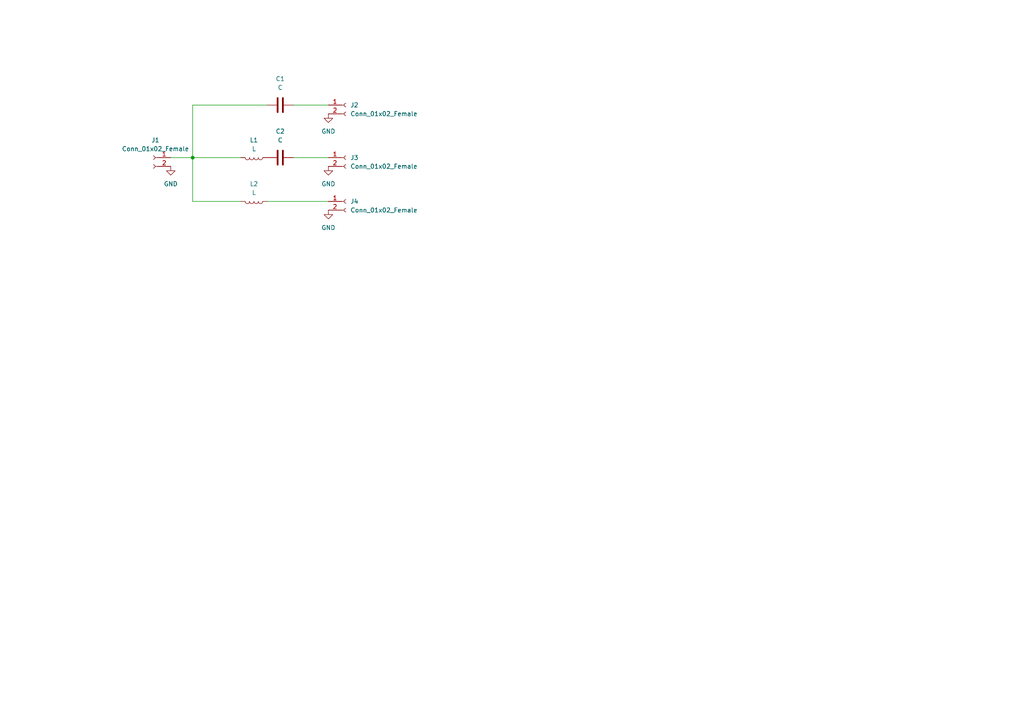
<source format=kicad_sch>
(kicad_sch (version 20211123) (generator eeschema)
  (paper "A4")
  (lib_symbols
    (symbol "Connector:Conn_01x02_Female" (pin_names (offset 1.016) hide)
      (property "Reference" "J" (at 0 2.54 0))
      (property "Value" "Conn_01x02_Female" (at 0 -5.08 0))
      (symbol "Conn_01x02_Female_1_1"
        (arc (start 0 -2.032) (mid -0.508 -2.54) (end 0 -3.048) (stroke (width 0.1524)))
        (polyline (pts (xy -1.27 -2.54) (xy -0.508 -2.54)) (stroke (width 0.1524)))
        (polyline (pts (xy -1.27 0) (xy -0.508 0)) (stroke (width 0.1524)))
        (arc (start 0 0.508) (mid -0.508 0) (end 0 -0.508) (stroke (width 0.1524)))
        (pin passive line (at -5.08 0 0) (length 3.81) (name "Pin_1") (number "1"))
        (pin passive line (at -5.08 -2.54 0) (length 3.81) (name "Pin_2") (number "2"))
      )
    )
    (symbol "Device:C" (pin_numbers hide) (pin_names (offset 0.254))
      (property "Reference" "C" (at 0.635 2.54 0))
      (property "Value" "C" (at 0.635 -2.54 0))
      (symbol "C_0_1"
        (polyline (pts (xy -2.032 -0.762) (xy 2.032 -0.762)) (stroke (width 0.508)))
        (polyline (pts (xy -2.032 0.762) (xy 2.032 0.762)) (stroke (width 0.508)))
      )
      (symbol "C_1_1"
        (pin passive line (at 0 3.81 270) (length 2.794) (name "~") (number "1"))
        (pin passive line (at 0 -3.81 90) (length 2.794) (name "~") (number "2"))
      )
    )
    (symbol "Device:L" (pin_numbers hide) (pin_names (offset 1.016) hide)
      (property "Reference" "L" (at -1.27 0 90))
      (property "Value" "L" (at 1.905 0 90))
      (symbol "L_0_1"
        (arc (start 0 -2.54) (mid 0.635 -1.905) (end 0 -1.27))
        (arc (start 0 -1.27) (mid 0.635 -0.635) (end 0 0))
        (arc (start 0 0) (mid 0.635 0.635) (end 0 1.27))
        (arc (start 0 1.27) (mid 0.635 1.905) (end 0 2.54))
      )
      (symbol "L_1_1"
        (pin passive line (at 0 3.81 270) (length 1.27) (name "1") (number "1"))
        (pin passive line (at 0 -3.81 90) (length 1.27) (name "2") (number "2"))
      )
    )
    (symbol "power:GND" (power) (pin_names (offset 0))
      (property "Value" "GND" (at 0 -3.81 0))
      (symbol "GND_0_1"
        (polyline (pts (xy 0 0) (xy 0 -1.27) (xy 1.27 -1.27) (xy 0 -2.54) (xy -1.27 -1.27) (xy 0 -1.27)))
      )
      (symbol "GND_1_1"
        (pin power_in line (at 0 0 270) (length 0) hide (name "GND") (number "1"))
      )
    )
  )
  (junction (at 55.88 45.72))
  (wire (pts (xy 85.09 45.72) (xy 95.25 45.72)))
  (wire (pts (xy 55.88 45.72) (xy 55.88 58.42)))
  (wire (pts (xy 77.47 58.42) (xy 95.25 58.42)))
  (wire (pts (xy 55.88 58.42) (xy 69.85 58.42)))
  (wire (pts (xy 55.88 30.48) (xy 77.47 30.48)))
  (wire (pts (xy 85.09 30.48) (xy 95.25 30.48)))
  (wire (pts (xy 49.53 45.72) (xy 55.88 45.72)))
  (wire (pts (xy 55.88 30.48) (xy 55.88 45.72)))
  (wire (pts (xy 55.88 45.72) (xy 69.85 45.72)))
  (symbol (lib_id "Connector:Conn_01x02_Female") (at 44.45 45.72 0) (mirror y) (unit 1)
    (property "Reference" "J1" (at 45.085 40.64 0))
    (property "Value" "Conn_01x02_Female" (at 45.085 43.18 0))
    (property "Footprint" "SamacSys_Parts:Pad do lutowania audio przewodów" (effects hide))
  )
  (symbol (lib_id "Device:C") (at 81.28 30.48 90) (unit 1)
    (property "Reference" "C1" (at 81.28 22.86 90))
    (property "Value" "C" (at 81.28 25.4 90))
    (property "Footprint" "SamacSys_Parts:Jamicon 10uF 63V Audio Crossover Capacitor" (effects hide))
  )
  (symbol (lib_id "Connector:Conn_01x02_Female") (at 100.33 58.42 0) (unit 1)
    (property "Reference" "J4" (at 101.6 58.4199 0) (effects (justify left)))
    (property "Value" "Conn_01x02_Female" (at 101.6 60.9599 0) (effects (justify left)))
    (property "Footprint" "SamacSys_Parts:Pad do lutowania audio przewodów" (effects hide))
  )
  (symbol (lib_id "power:GND") (at 95.25 33.02 0) (unit 1)
    (property "Reference" "#PWR02" (effects hide))
    (property "Value" "GND" (at 95.25 38.1 0))
  )
  (symbol (lib_id "power:GND") (at 95.25 48.26 0) (unit 1)
    (property "Reference" "#PWR03" (effects hide))
    (property "Value" "GND" (at 95.25 53.34 0))
  )
  (symbol (lib_id "Device:C") (at 81.28 45.72 90) (unit 1)
    (property "Reference" "C2" (at 81.28 38.1 90))
    (property "Value" "C" (at 81.28 40.64 90))
    (property "Footprint" "SamacSys_Parts:M.D.L. 100uF 100V Audio Crossover Capacitor" (effects hide))
  )
  (symbol (lib_id "Connector:Conn_01x02_Female") (at 100.33 30.48 0) (unit 1)
    (property "Reference" "J2" (at 101.6 30.4799 0) (effects (justify left)))
    (property "Value" "Conn_01x02_Female" (at 101.6 33.0199 0) (effects (justify left)))
    (property "Footprint" "SamacSys_Parts:Pad do lutowania audio przewodów" (effects hide))
  )
  (symbol (lib_id "Connector:Conn_01x02_Female") (at 100.33 45.72 0) (unit 1)
    (property "Reference" "J3" (at 101.6 45.7199 0) (effects (justify left)))
    (property "Value" "Conn_01x02_Female" (at 101.6 48.2599 0) (effects (justify left)))
    (property "Footprint" "SamacSys_Parts:Pad do lutowania audio przewodów" (effects hide))
  )
  (symbol (lib_id "power:GND") (at 49.53 48.26 0) (unit 1)
    (property "Reference" "#PWR01" (effects hide))
    (property "Value" "GND" (at 49.53 53.34 0))
  )
  (symbol (lib_id "Device:L") (at 73.66 58.42 270) (unit 1)
    (property "Reference" "L2" (at 73.66 53.34 90))
    (property "Value" "L" (at 73.66 55.88 90))
    (property "Footprint" "SamacSys_Parts:Jantzen Audio 000-2169 3,3mH 0,7Ohm" (effects hide))
  )
  (symbol (lib_id "Device:L") (at 73.66 45.72 270) (unit 1)
    (property "Reference" "L1" (at 73.66 40.64 90))
    (property "Value" "L" (at 73.66 43.18 90))
    (property "Footprint" "SamacSys_Parts:Jantzen Audio000-1989 0,47mH 0,36Ohm" (effects hide))
  )
  (symbol (lib_id "power:GND") (at 95.25 60.96 0) (unit 1)
    (property "Reference" "#PWR04" (effects hide))
    (property "Value" "GND" (at 95.25 66.04 0))
  )
)
</source>
